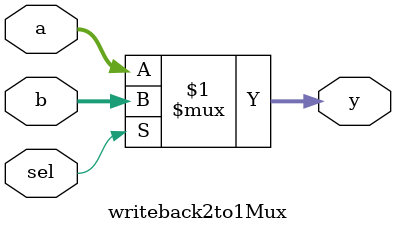
<source format=v>
`timescale 1ns / 1ps


module writeback2to1Mux(
    input  wire [31:0] a, b,
    input  wire sel,
    output wire [31:0] y
);
    assign y = sel ? b : a;
endmodule

</source>
